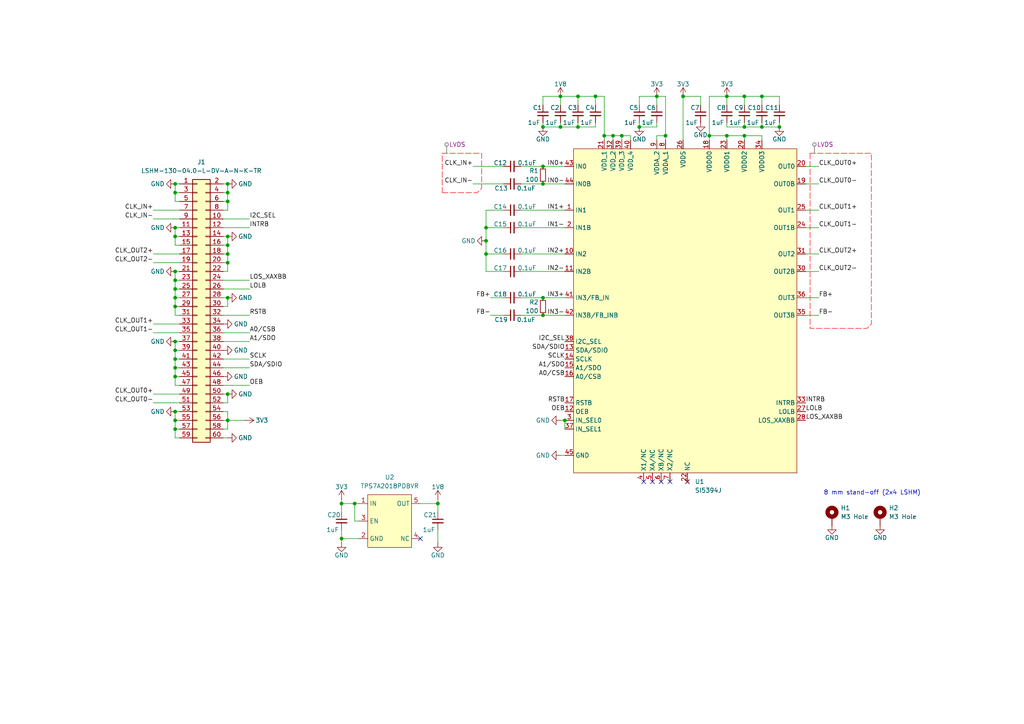
<source format=kicad_sch>
(kicad_sch (version 20250114) (generator "eeschema") (generator_version "9.0")
  (paper "A4")
  (lib_symbols
    (symbol "Connector_Generic:Conn_02x30_Odd_Even" (pin_names (offset 1.016) (hide yes))
      (property "Reference" "J" (at 1.27 38.1 0))
      (property "Value" "Conn_02x30_Odd_Even" (at 1.27 -40.64 0))
      (symbol "Conn_02x30_Odd_Even_1_1"
        (rectangle (start -1.27 36.83) (end 3.81 -39.37) (stroke (width 0.254)) (fill (type background)))
        (rectangle (start -1.27 35.687) (end 0 35.433) (stroke (width 0.1524)))
        (rectangle (start -1.27 33.147) (end 0 32.893) (stroke (width 0.1524)))
        (rectangle (start -1.27 30.607) (end 0 30.353) (stroke (width 0.1524)))
        (rectangle (start -1.27 28.067) (end 0 27.813) (stroke (width 0.1524)))
        (rectangle (start -1.27 25.527) (end 0 25.273) (stroke (width 0.1524)))
        (rectangle (start -1.27 22.987) (end 0 22.733) (stroke (width 0.1524)))
        (rectangle (start -1.27 20.447) (end 0 20.193) (stroke (width 0.1524)))
        (rectangle (start -1.27 17.907) (end 0 17.653) (stroke (width 0.1524)))
        (rectangle (start -1.27 15.367) (end 0 15.113) (stroke (width 0.1524)))
        (rectangle (start -1.27 12.827) (end 0 12.573) (stroke (width 0.1524)))
        (rectangle (start -1.27 10.287) (end 0 10.033) (stroke (width 0.1524)))
        (rectangle (start -1.27 7.747) (end 0 7.493) (stroke (width 0.1524)))
        (rectangle (start -1.27 5.207) (end 0 4.953) (stroke (width 0.1524)))
        (rectangle (start -1.27 2.667) (end 0 2.413) (stroke (width 0.1524)))
        (rectangle (start -1.27 0.127) (end 0 -0.127) (stroke (width 0.1524)))
        (rectangle (start -1.27 -2.413) (end 0 -2.667) (stroke (width 0.1524)))
        (rectangle (start -1.27 -4.953) (end 0 -5.207) (stroke (width 0.1524)))
        (rectangle (start -1.27 -7.493) (end 0 -7.747) (stroke (width 0.1524)))
        (rectangle (start -1.27 -10.033) (end 0 -10.287) (stroke (width 0.1524)))
        (rectangle (start -1.27 -12.573) (end 0 -12.827) (stroke (width 0.1524)))
        (rectangle (start -1.27 -15.113) (end 0 -15.367) (stroke (width 0.1524)))
        (rectangle (start -1.27 -17.653) (end 0 -17.907) (stroke (width 0.1524)))
        (rectangle (start -1.27 -20.193) (end 0 -20.447) (stroke (width 0.1524)))
        (rectangle (start -1.27 -22.733) (end 0 -22.987) (stroke (width 0.1524)))
        (rectangle (start -1.27 -25.273) (end 0 -25.527) (stroke (width 0.1524)))
        (rectangle (start -1.27 -27.813) (end 0 -28.067) (stroke (width 0.1524)))
        (rectangle (start -1.27 -30.353) (end 0 -30.607) (stroke (width 0.1524)))
        (rectangle (start -1.27 -32.893) (end 0 -33.147) (stroke (width 0.1524)))
        (rectangle (start -1.27 -35.433) (end 0 -35.687) (stroke (width 0.1524)))
        (rectangle (start -1.27 -37.973) (end 0 -38.227) (stroke (width 0.1524)))
        (rectangle (start 3.81 35.687) (end 2.54 35.433) (stroke (width 0.1524)))
        (rectangle (start 3.81 33.147) (end 2.54 32.893) (stroke (width 0.1524)))
        (rectangle (start 3.81 30.607) (end 2.54 30.353) (stroke (width 0.1524)))
        (rectangle (start 3.81 28.067) (end 2.54 27.813) (stroke (width 0.1524)))
        (rectangle (start 3.81 25.527) (end 2.54 25.273) (stroke (width 0.1524)))
        (rectangle (start 3.81 22.987) (end 2.54 22.733) (stroke (width 0.1524)))
        (rectangle (start 3.81 20.447) (end 2.54 20.193) (stroke (width 0.1524)))
        (rectangle (start 3.81 17.907) (end 2.54 17.653) (stroke (width 0.1524)))
        (rectangle (start 3.81 15.367) (end 2.54 15.113) (stroke (width 0.1524)))
        (rectangle (start 3.81 12.827) (end 2.54 12.573) (stroke (width 0.1524)))
        (rectangle (start 3.81 10.287) (end 2.54 10.033) (stroke (width 0.1524)))
        (rectangle (start 3.81 7.747) (end 2.54 7.493) (stroke (width 0.1524)))
        (rectangle (start 3.81 5.207) (end 2.54 4.953) (stroke (width 0.1524)))
        (rectangle (start 3.81 2.667) (end 2.54 2.413) (stroke (width 0.1524)))
        (rectangle (start 3.81 0.127) (end 2.54 -0.127) (stroke (width 0.1524)))
        (rectangle (start 3.81 -2.413) (end 2.54 -2.667) (stroke (width 0.1524)))
        (rectangle (start 3.81 -4.953) (end 2.54 -5.207) (stroke (width 0.1524)))
        (rectangle (start 3.81 -7.493) (end 2.54 -7.747) (stroke (width 0.1524)))
        (rectangle (start 3.81 -10.033) (end 2.54 -10.287) (stroke (width 0.1524)))
        (rectangle (start 3.81 -12.573) (end 2.54 -12.827) (stroke (width 0.1524)))
        (rectangle (start 3.81 -15.113) (end 2.54 -15.367) (stroke (width 0.1524)))
        (rectangle (start 3.81 -17.653) (end 2.54 -17.907) (stroke (width 0.1524)))
        (rectangle (start 3.81 -20.193) (end 2.54 -20.447) (stroke (width 0.1524)))
        (rectangle (start 3.81 -22.733) (end 2.54 -22.987) (stroke (width 0.1524)))
        (rectangle (start 3.81 -25.273) (end 2.54 -25.527) (stroke (width 0.1524)))
        (rectangle (start 3.81 -27.813) (end 2.54 -28.067) (stroke (width 0.1524)))
        (rectangle (start 3.81 -30.353) (end 2.54 -30.607) (stroke (width 0.1524)))
        (rectangle (start 3.81 -32.893) (end 2.54 -33.147) (stroke (width 0.1524)))
        (rectangle (start 3.81 -35.433) (end 2.54 -35.687) (stroke (width 0.1524)))
        (rectangle (start 3.81 -37.973) (end 2.54 -38.227) (stroke (width 0.1524)))
        (pin passive line (at -5.08 35.56 0) (length 3.81) (name "Pin_1") (number "1"))
        (pin passive line (at -5.08 33.02 0) (length 3.81) (name "Pin_3") (number "3"))
        (pin passive line (at -5.08 30.48 0) (length 3.81) (name "Pin_5") (number "5"))
        (pin passive line (at -5.08 27.94 0) (length 3.81) (name "Pin_7") (number "7"))
        (pin passive line (at -5.08 25.4 0) (length 3.81) (name "Pin_9") (number "9"))
        (pin passive line (at -5.08 22.86 0) (length 3.81) (name "Pin_11") (number "11"))
        (pin passive line (at -5.08 20.32 0) (length 3.81) (name "Pin_13") (number "13"))
        (pin passive line (at -5.08 17.78 0) (length 3.81) (name "Pin_15") (number "15"))
        (pin passive line (at -5.08 15.24 0) (length 3.81) (name "Pin_17") (number "17"))
        (pin passive line (at -5.08 12.7 0) (length 3.81) (name "Pin_19") (number "19"))
        (pin passive line (at -5.08 10.16 0) (length 3.81) (name "Pin_21") (number "21"))
        (pin passive line (at -5.08 7.62 0) (length 3.81) (name "Pin_23") (number "23"))
        (pin passive line (at -5.08 5.08 0) (length 3.81) (name "Pin_25") (number "25"))
        (pin passive line (at -5.08 2.54 0) (length 3.81) (name "Pin_27") (number "27"))
        (pin passive line (at -5.08 0 0) (length 3.81) (name "Pin_29") (number "29"))
        (pin passive line (at -5.08 -2.54 0) (length 3.81) (name "Pin_31") (number "31"))
        (pin passive line (at -5.08 -5.08 0) (length 3.81) (name "Pin_33") (number "33"))
        (pin passive line (at -5.08 -7.62 0) (length 3.81) (name "Pin_35") (number "35"))
        (pin passive line (at -5.08 -10.16 0) (length 3.81) (name "Pin_37") (number "37"))
        (pin passive line (at -5.08 -12.7 0) (length 3.81) (name "Pin_39") (number "39"))
        (pin passive line (at -5.08 -15.24 0) (length 3.81) (name "Pin_41") (number "41"))
        (pin passive line (at -5.08 -17.78 0) (length 3.81) (name "Pin_43") (number "43"))
        (pin passive line (at -5.08 -20.32 0) (length 3.81) (name "Pin_45") (number "45"))
        (pin passive line (at -5.08 -22.86 0) (length 3.81) (name "Pin_47") (number "47"))
        (pin passive line (at -5.08 -25.4 0) (length 3.81) (name "Pin_49") (number "49"))
        (pin passive line (at -5.08 -27.94 0) (length 3.81) (name "Pin_51") (number "51"))
        (pin passive line (at -5.08 -30.48 0) (length 3.81) (name "Pin_53") (number "53"))
        (pin passive line (at -5.08 -33.02 0) (length 3.81) (name "Pin_55") (number "55"))
        (pin passive line (at -5.08 -35.56 0) (length 3.81) (name "Pin_57") (number "57"))
        (pin passive line (at -5.08 -38.1 0) (length 3.81) (name "Pin_59") (number "59"))
        (pin passive line (at 7.62 35.56 180) (length 3.81) (name "Pin_2") (number "2"))
        (pin passive line (at 7.62 33.02 180) (length 3.81) (name "Pin_4") (number "4"))
        (pin passive line (at 7.62 30.48 180) (length 3.81) (name "Pin_6") (number "6"))
        (pin passive line (at 7.62 27.94 180) (length 3.81) (name "Pin_8") (number "8"))
        (pin passive line (at 7.62 25.4 180) (length 3.81) (name "Pin_10") (number "10"))
        (pin passive line (at 7.62 22.86 180) (length 3.81) (name "Pin_12") (number "12"))
        (pin passive line (at 7.62 20.32 180) (length 3.81) (name "Pin_14") (number "14"))
        (pin passive line (at 7.62 17.78 180) (length 3.81) (name "Pin_16") (number "16"))
        (pin passive line (at 7.62 15.24 180) (length 3.81) (name "Pin_18") (number "18"))
        (pin passive line (at 7.62 12.7 180) (length 3.81) (name "Pin_20") (number "20"))
        (pin passive line (at 7.62 10.16 180) (length 3.81) (name "Pin_22") (number "22"))
        (pin passive line (at 7.62 7.62 180) (length 3.81) (name "Pin_24") (number "24"))
        (pin passive line (at 7.62 5.08 180) (length 3.81) (name "Pin_26") (number "26"))
        (pin passive line (at 7.62 2.54 180) (length 3.81) (name "Pin_28") (number "28"))
        (pin passive line (at 7.62 0 180) (length 3.81) (name "Pin_30") (number "30"))
        (pin passive line (at 7.62 -2.54 180) (length 3.81) (name "Pin_32") (number "32"))
        (pin passive line (at 7.62 -5.08 180) (length 3.81) (name "Pin_34") (number "34"))
        (pin passive line (at 7.62 -7.62 180) (length 3.81) (name "Pin_36") (number "36"))
        (pin passive line (at 7.62 -10.16 180) (length 3.81) (name "Pin_38") (number "38"))
        (pin passive line (at 7.62 -12.7 180) (length 3.81) (name "Pin_40") (number "40"))
        (pin passive line (at 7.62 -15.24 180) (length 3.81) (name "Pin_42") (number "42"))
        (pin passive line (at 7.62 -17.78 180) (length 3.81) (name "Pin_44") (number "44"))
        (pin passive line (at 7.62 -20.32 180) (length 3.81) (name "Pin_46") (number "46"))
        (pin passive line (at 7.62 -22.86 180) (length 3.81) (name "Pin_48") (number "48"))
        (pin passive line (at 7.62 -25.4 180) (length 3.81) (name "Pin_50") (number "50"))
        (pin passive line (at 7.62 -27.94 180) (length 3.81) (name "Pin_52") (number "52"))
        (pin passive line (at 7.62 -30.48 180) (length 3.81) (name "Pin_54") (number "54"))
        (pin passive line (at 7.62 -33.02 180) (length 3.81) (name "Pin_56") (number "56"))
        (pin passive line (at 7.62 -35.56 180) (length 3.81) (name "Pin_58") (number "58"))
        (pin passive line (at 7.62 -38.1 180) (length 3.81) (name "Pin_60") (number "60"))
      )
    )
    (symbol "Device:C_Small" (pin_numbers (hide yes)) (pin_names (offset 0.254) (hide yes))
      (property "Reference" "C" (at 0.254 1.778 0))
      (property "Value" "C_Small" (at 0.254 -2.032 0))
      (symbol "C_Small_0_1"
        (polyline (pts (xy -1.524 0.508) (xy 1.524 0.508)) (stroke (width 0.3048)))
        (polyline (pts (xy -1.524 -0.508) (xy 1.524 -0.508)) (stroke (width 0.3302)))
      )
      (symbol "C_Small_1_1"
        (pin passive line (at 0 2.54 270) (length 2.032) (name "~") (number "1"))
        (pin passive line (at 0 -2.54 90) (length 2.032) (name "~") (number "2"))
      )
    )
    (symbol "Device:R_Small" (pin_numbers (hide yes)) (pin_names (offset 0.254) (hide yes))
      (property "Reference" "R" (at 0.762 0.508 0))
      (property "Value" "R_Small" (at 0.762 -1.016 0))
      (symbol "R_Small_0_1"
        (rectangle (start -0.762 1.778) (end 0.762 -1.778) (stroke (width 0.2032)))
      )
      (symbol "R_Small_1_1"
        (pin passive line (at 0 2.54 270) (length 0.762) (name "~") (number "1"))
        (pin passive line (at 0 -2.54 90) (length 0.762) (name "~") (number "2"))
      )
    )
    (symbol "Mechanical:MountingHole_Pad" (pin_numbers (hide yes)) (pin_names (offset 1.016) (hide yes)) (in_bom no)
      (property "Reference" "H" (at 0 6.35 0))
      (property "Value" "MountingHole_Pad" (at 0 4.445 0))
      (symbol "MountingHole_Pad_0_1"
        (circle (center 0 1.27) (radius 1.27) (stroke (width 1.27)))
      )
      (symbol "MountingHole_Pad_1_1"
        (pin input line (at 0 -2.54 90) (length 2.54) (name "1") (number "1"))
      )
    )
    (symbol "lib:SI5394J"
      (property "Reference" "U?" (at 43.18 48.768 0))
      (property "Value" "SI5394J" (at 41.91 45.72 0))
      (symbol "SI5394J_1_1"
        (rectangle (start -21.59 40.64) (end 43.18 -53.34) (fill (type background)))
        (pin input line (at -24.13 35.56 0) (length 2.54) (name "IN0") (number "43"))
        (pin input line (at -24.13 30.48 0) (length 2.54) (name "IN0B") (number "44"))
        (pin input line (at -24.13 22.86 0) (length 2.54) (name "IN1") (number "1"))
        (pin input line (at -24.13 17.78 0) (length 2.54) (name "IN1B") (number "2"))
        (pin input line (at -24.13 10.16 0) (length 2.54) (name "IN2") (number "10"))
        (pin input line (at -24.13 5.08 0) (length 2.54) (name "IN2B") (number "11"))
        (pin input line (at -24.13 -2.54 0) (length 2.54) (name "IN3/FB_IN") (number "41"))
        (pin input line (at -24.13 -7.62 0) (length 2.54) (name "IN3B/FB_INB") (number "42"))
        (pin input line (at -24.13 -15.24 0) (length 2.54) (name "I2C_SEL") (number "38"))
        (pin bidirectional line (at -24.13 -17.78 0) (length 2.54) (name "SDA/SDIO") (number "13"))
        (pin input line (at -24.13 -20.32 0) (length 2.54) (name "SCLK") (number "14"))
        (pin bidirectional line (at -24.13 -22.86 0) (length 2.54) (name "A1/SDO") (number "15"))
        (pin input line (at -24.13 -25.4 0) (length 2.54) (name "A0/CSB") (number "16"))
        (pin input line (at -24.13 -33.02 0) (length 2.54) (name "RSTB") (number "17"))
        (pin input line (at -24.13 -35.56 0) (length 2.54) (name "OEB") (number "12"))
        (pin input line (at -24.13 -38.1 0) (length 2.54) (name "IN_SEL0") (number "3"))
        (pin input line (at -24.13 -40.64 0) (length 2.54) (name "IN_SEL1") (number "37"))
        (pin power_out line (at -24.13 -48.26 0) (length 2.54) (name "GND") (number "45"))
        (pin power_in line (at -12.7 43.18 270) (length 2.54) (name "VDD_1") (number "21"))
        (pin power_in line (at -10.16 43.18 270) (length 2.54) (name "VDD_2") (number "32"))
        (pin power_in line (at -7.62 43.18 270) (length 2.54) (name "VDD_3") (number "39"))
        (pin power_in line (at -5.08 43.18 270) (length 2.54) (name "VDD_4") (number "40"))
        (pin input line (at -1.27 -55.88 90) (length 2.54) (name "X1/NC") (number "4"))
        (pin input line (at 1.27 -55.88 90) (length 2.54) (name "XA/NC") (number "5"))
        (pin power_in line (at 2.54 43.18 270) (length 2.54) (name "VDDA_2") (number "9"))
        (pin input line (at 3.81 -55.88 90) (length 2.54) (name "XB/NC") (number "6"))
        (pin power_in line (at 5.08 43.18 270) (length 2.54) (name "VDDA_1") (number "8"))
        (pin input line (at 6.35 -55.88 90) (length 2.54) (name "X2/NC") (number "7"))
        (pin power_in line (at 10.16 43.18 270) (length 2.54) (name "VDDS") (number "26"))
        (pin no_connect line (at 11.43 -55.88 90) (length 2.54) (name "NC") (number "22"))
        (pin power_in line (at 17.78 43.18 270) (length 2.54) (name "VDDO0") (number "18"))
        (pin power_in line (at 22.86 43.18 270) (length 2.54) (name "VDDO1") (number "23"))
        (pin power_in line (at 27.94 43.18 270) (length 2.54) (name "VDDO2") (number "29"))
        (pin power_in line (at 33.02 43.18 270) (length 2.54) (name "VDDO3") (number "34"))
        (pin output line (at 45.72 35.56 180) (length 2.54) (name "OUT0") (number "20"))
        (pin output line (at 45.72 30.48 180) (length 2.54) (name "OUT0B") (number "19"))
        (pin output line (at 45.72 22.86 180) (length 2.54) (name "OUT1") (number "25"))
        (pin output line (at 45.72 17.78 180) (length 2.54) (name "OUT1B") (number "24"))
        (pin output line (at 45.72 10.16 180) (length 2.54) (name "OUT2") (number "31"))
        (pin output line (at 45.72 5.08 180) (length 2.54) (name "OUT2B") (number "30"))
        (pin output line (at 45.72 -2.54 180) (length 2.54) (name "OUT3") (number "36"))
        (pin output line (at 45.72 -7.62 180) (length 2.54) (name "OUT3B") (number "35"))
        (pin output line (at 45.72 -33.02 180) (length 2.54) (name "INTRB") (number "33"))
        (pin output line (at 45.72 -35.56 180) (length 2.54) (name "LOLB") (number "27"))
        (pin output line (at 45.72 -38.1 180) (length 2.54) (name "LOS_XAXBB") (number "28"))
      )
    )
    (symbol "lib:TPS7A20xxPDBVR"
      (property "Reference" "U?" (at -1.016 12.446 0))
      (property "Value" "TPS7A20xxPDBVR" (at -1.016 9.652 0))
      (symbol "TPS7A20xxPDBVR_1_1"
        (rectangle (start -6.35 7.62) (end 6.35 -7.62) (fill (type background)))
        (pin power_in line (at -8.89 5.08 0) (length 2.54) (name "IN") (number "1"))
        (pin input line (at -8.89 0 0) (length 2.54) (name "EN") (number "3"))
        (pin power_in line (at -8.89 -5.08 0) (length 2.54) (name "GND") (number "2"))
        (pin power_out line (at 8.89 5.08 180) (length 2.54) (name "OUT") (number "5"))
        (pin passive line (at 8.89 -5.08 180) (length 2.54) (name "NC") (number "4"))
      )
    )
    (symbol "power:+1V8" (power) (pin_numbers (hide yes)) (pin_names (offset 0) (hide yes))
      (property "Value" "+1V8" (at 0 3.556 0))
      (symbol "+1V8_0_1"
        (polyline (pts (xy -0.762 1.27) (xy 0 2.54)))
        (polyline (pts (xy 0 2.54) (xy 0.762 1.27)))
        (polyline (pts (xy 0 0) (xy 0 2.54)))
      )
      (symbol "+1V8_1_1"
        (pin power_in line (at 0 0 90) (length 0) (name "~") (number "1"))
      )
    )
    (symbol "power:GND" (power) (pin_numbers (hide yes)) (pin_names (offset 0) (hide yes))
      (property "Value" "GND" (at 0 -3.81 0))
      (symbol "GND_0_1"
        (polyline (pts (xy 0 0) (xy 0 -1.27) (xy 1.27 -1.27) (xy 0 -2.54) (xy -1.27 -1.27) (xy 0 -1.27)))
      )
      (symbol "GND_1_1"
        (pin power_in line (at 0 0 270) (length 0) (name "~") (number "1"))
      )
    )
  )
  (text "8 mm stand-off (2x4 LSHM)" (at 252.984 143.002 0) (effects (font (size 1.27 1.27))))
  (junction (at 157.48 91.44))
  (junction (at 50.8 124.46))
  (junction (at 50.8 55.88))
  (junction (at 66.04 121.92))
  (junction (at 172.72 27.94))
  (junction (at 185.42 36.83))
  (junction (at 215.9 39.37))
  (junction (at 210.82 39.37))
  (junction (at 50.8 99.06))
  (junction (at 157.48 48.26))
  (junction (at 180.34 39.37))
  (junction (at 99.06 156.21))
  (junction (at 215.9 36.83))
  (junction (at 50.8 66.04))
  (junction (at 226.06 36.83))
  (junction (at 162.56 27.94))
  (junction (at 50.8 83.82))
  (junction (at 99.06 146.05))
  (junction (at 66.04 68.58))
  (junction (at 167.64 27.94))
  (junction (at 162.56 36.83))
  (junction (at 50.8 86.36))
  (junction (at 198.12 27.94))
  (junction (at 66.04 73.66))
  (junction (at 50.8 109.22))
  (junction (at 102.87 146.05))
  (junction (at 157.48 53.34))
  (junction (at 50.8 106.68))
  (junction (at 66.04 114.3))
  (junction (at 66.04 71.12))
  (junction (at 50.8 68.58))
  (junction (at 177.8 39.37))
  (junction (at 50.8 78.74))
  (junction (at 193.04 39.37))
  (junction (at 167.64 36.83))
  (junction (at 215.9 27.94))
  (junction (at 140.97 66.04))
  (junction (at 140.97 69.85))
  (junction (at 140.97 73.66))
  (junction (at 220.98 27.94))
  (junction (at 66.04 76.2))
  (junction (at 163.83 121.92))
  (junction (at 210.82 27.94))
  (junction (at 66.04 58.42))
  (junction (at 157.48 86.36))
  (junction (at 157.48 36.83))
  (junction (at 190.5 27.94))
  (junction (at 66.04 55.88))
  (junction (at 205.74 39.37))
  (junction (at 50.8 88.9))
  (junction (at 127 146.05))
  (junction (at 50.8 53.34))
  (junction (at 50.8 81.28))
  (junction (at 50.8 101.6))
  (junction (at 220.98 36.83))
  (junction (at 66.04 86.36))
  (junction (at 50.8 121.92))
  (junction (at 175.26 39.37))
  (junction (at 66.04 53.34))
  (junction (at 50.8 104.14))
  (junction (at 50.8 119.38))
  (no_connect (at 186.69 139.7))
  (no_connect (at 189.23 139.7))
  (no_connect (at 121.92 156.21))
  (no_connect (at 191.77 139.7))
  (no_connect (at 194.31 139.7))
  (no_connect (at 199.39 139.7))
  (wire (pts (xy 157.48 91.44) (xy 163.83 91.44)))
  (wire (pts (xy 121.92 146.05) (xy 127 146.05)))
  (wire (pts (xy 64.77 58.42) (xy 66.04 58.42)))
  (wire (pts (xy 50.8 55.88) (xy 50.8 58.42)))
  (wire (pts (xy 162.56 132.08) (xy 163.83 132.08)))
  (wire (pts (xy 52.07 78.74) (xy 50.8 78.74)))
  (wire (pts (xy 237.49 73.66) (xy 233.68 73.66)))
  (wire (pts (xy 72.39 83.82) (xy 64.77 83.82)))
  (wire (pts (xy 205.74 39.37) (xy 205.74 27.94)))
  (wire (pts (xy 157.48 35.56) (xy 157.48 36.83)))
  (wire (pts (xy 50.8 86.36) (xy 52.07 86.36)))
  (wire (pts (xy 220.98 27.94) (xy 220.98 30.48)))
  (wire (pts (xy 162.56 36.83) (xy 167.64 36.83)))
  (wire (pts (xy 64.77 114.3) (xy 66.04 114.3)))
  (wire (pts (xy 104.14 151.13) (xy 102.87 151.13)))
  (wire (pts (xy 99.06 157.48) (xy 99.06 156.21)))
  (wire (pts (xy 167.64 35.56) (xy 167.64 36.83)))
  (wire (pts (xy 52.07 91.44) (xy 50.8 91.44)))
  (wire (pts (xy 215.9 27.94) (xy 215.9 30.48)))
  (wire (pts (xy 50.8 124.46) (xy 50.8 127)))
  (wire (pts (xy 50.8 109.22) (xy 52.07 109.22)))
  (wire (pts (xy 44.45 93.98) (xy 52.07 93.98)))
  (wire (pts (xy 44.45 76.2) (xy 52.07 76.2)))
  (wire (pts (xy 102.87 146.05) (xy 104.14 146.05)))
  (wire (pts (xy 190.5 39.37) (xy 193.04 39.37)))
  (wire (pts (xy 205.74 39.37) (xy 210.82 39.37)))
  (wire (pts (xy 50.8 66.04) (xy 50.8 68.58)))
  (wire (pts (xy 64.77 76.2) (xy 66.04 76.2)))
  (wire (pts (xy 140.97 60.96) (xy 146.05 60.96)))
  (wire (pts (xy 220.98 40.64) (xy 220.98 39.37)))
  (wire (pts (xy 137.16 53.34) (xy 146.05 53.34)))
  (wire (pts (xy 72.39 111.76) (xy 64.77 111.76)))
  (wire (pts (xy 157.48 27.94) (xy 162.56 27.94)))
  (wire (pts (xy 50.8 106.68) (xy 50.8 109.22)))
  (wire (pts (xy 72.39 63.5) (xy 64.77 63.5)))
  (wire (pts (xy 220.98 27.94) (xy 226.06 27.94)))
  (wire (pts (xy 64.77 116.84) (xy 66.04 116.84)))
  (wire (pts (xy 50.8 81.28) (xy 50.8 83.82)))
  (wire (pts (xy 44.45 73.66) (xy 52.07 73.66)))
  (wire (pts (xy 50.8 78.74) (xy 50.8 81.28)))
  (wire (pts (xy 50.8 127) (xy 52.07 127)))
  (wire (pts (xy 180.34 40.64) (xy 180.34 39.37)))
  (wire (pts (xy 175.26 39.37) (xy 177.8 39.37)))
  (wire (pts (xy 50.8 119.38) (xy 52.07 119.38)))
  (wire (pts (xy 237.49 66.04) (xy 233.68 66.04)))
  (wire (pts (xy 193.04 27.94) (xy 190.5 27.94)))
  (wire (pts (xy 50.8 88.9) (xy 52.07 88.9)))
  (wire (pts (xy 210.82 39.37) (xy 215.9 39.37)))
  (wire (pts (xy 64.77 88.9) (xy 66.04 88.9)))
  (wire (pts (xy 162.56 121.92) (xy 163.83 121.92)))
  (wire (pts (xy 172.72 35.56) (xy 172.72 36.83)))
  (wire (pts (xy 99.06 144.78) (xy 99.06 146.05)))
  (wire (pts (xy 50.8 121.92) (xy 52.07 121.92)))
  (wire (pts (xy 237.49 91.44) (xy 233.68 91.44)))
  (wire (pts (xy 151.13 91.44) (xy 157.48 91.44)))
  (wire (pts (xy 52.07 101.6) (xy 50.8 101.6)))
  (wire (pts (xy 72.39 91.44) (xy 64.77 91.44)))
  (wire (pts (xy 215.9 35.56) (xy 215.9 36.83)))
  (wire (pts (xy 72.39 81.28) (xy 64.77 81.28)))
  (wire (pts (xy 237.49 60.96) (xy 233.68 60.96)))
  (wire (pts (xy 220.98 35.56) (xy 220.98 36.83)))
  (wire (pts (xy 205.74 27.94) (xy 210.82 27.94)))
  (wire (pts (xy 226.06 27.94) (xy 226.06 30.48)))
  (wire (pts (xy 50.8 111.76) (xy 52.07 111.76)))
  (wire (pts (xy 205.74 40.64) (xy 205.74 39.37)))
  (wire (pts (xy 162.56 35.56) (xy 162.56 36.83)))
  (wire (pts (xy 66.04 119.38) (xy 66.04 121.92)))
  (wire (pts (xy 210.82 36.83) (xy 215.9 36.83)))
  (wire (pts (xy 50.8 83.82) (xy 50.8 86.36)))
  (wire (pts (xy 185.42 36.83) (xy 185.42 35.56)))
  (wire (pts (xy 64.77 119.38) (xy 66.04 119.38)))
  (wire (pts (xy 64.77 53.34) (xy 66.04 53.34)))
  (wire (pts (xy 193.04 40.64) (xy 193.04 39.37)))
  (wire (pts (xy 50.8 68.58) (xy 50.8 71.12)))
  (wire (pts (xy 237.49 48.26) (xy 233.68 48.26)))
  (wire (pts (xy 190.5 35.56) (xy 190.5 36.83)))
  (wire (pts (xy 220.98 36.83) (xy 226.06 36.83)))
  (wire (pts (xy 157.48 53.34) (xy 163.83 53.34)))
  (wire (pts (xy 66.04 71.12) (xy 66.04 73.66)))
  (wire (pts (xy 237.49 86.36) (xy 233.68 86.36)))
  (wire (pts (xy 50.8 55.88) (xy 52.07 55.88)))
  (wire (pts (xy 50.8 68.58) (xy 52.07 68.58)))
  (wire (pts (xy 64.77 55.88) (xy 66.04 55.88)))
  (wire (pts (xy 50.8 83.82) (xy 52.07 83.82)))
  (wire (pts (xy 64.77 60.96) (xy 66.04 60.96)))
  (wire (pts (xy 50.8 66.04) (xy 52.07 66.04)))
  (wire (pts (xy 210.82 27.94) (xy 215.9 27.94)))
  (wire (pts (xy 137.16 48.26) (xy 146.05 48.26)))
  (wire (pts (xy 50.8 106.68) (xy 52.07 106.68)))
  (wire (pts (xy 151.13 66.04) (xy 163.83 66.04)))
  (wire (pts (xy 127 148.59) (xy 127 146.05)))
  (wire (pts (xy 151.13 60.96) (xy 163.83 60.96)))
  (wire (pts (xy 50.8 53.34) (xy 50.8 55.88)))
  (wire (pts (xy 140.97 69.85) (xy 140.97 66.04)))
  (wire (pts (xy 66.04 116.84) (xy 66.04 114.3)))
  (wire (pts (xy 140.97 66.04) (xy 146.05 66.04)))
  (wire (pts (xy 190.5 27.94) (xy 190.5 30.48)))
  (wire (pts (xy 215.9 39.37) (xy 215.9 40.64)))
  (wire (pts (xy 50.8 88.9) (xy 50.8 91.44)))
  (wire (pts (xy 50.8 58.42) (xy 52.07 58.42)))
  (wire (pts (xy 157.48 30.48) (xy 157.48 27.94)))
  (wire (pts (xy 210.82 35.56) (xy 210.82 36.83)))
  (wire (pts (xy 185.42 27.94) (xy 185.42 30.48)))
  (wire (pts (xy 66.04 60.96) (xy 66.04 58.42)))
  (wire (pts (xy 72.39 66.04) (xy 64.77 66.04)))
  (wire (pts (xy 44.45 96.52) (xy 52.07 96.52)))
  (wire (pts (xy 72.39 96.52) (xy 64.77 96.52)))
  (wire (pts (xy 140.97 73.66) (xy 146.05 73.66)))
  (wire (pts (xy 185.42 36.83) (xy 190.5 36.83)))
  (wire (pts (xy 99.06 148.59) (xy 99.06 146.05)))
  (wire (pts (xy 140.97 78.74) (xy 140.97 73.66)))
  (wire (pts (xy 203.2 27.94) (xy 198.12 27.94)))
  (wire (pts (xy 157.48 48.26) (xy 163.83 48.26)))
  (wire (pts (xy 66.04 53.34) (xy 66.04 55.88)))
  (wire (pts (xy 163.83 121.92) (xy 163.83 124.46)))
  (wire (pts (xy 66.04 73.66) (xy 66.04 76.2)))
  (wire (pts (xy 157.48 86.36) (xy 163.83 86.36)))
  (wire (pts (xy 52.07 104.14) (xy 50.8 104.14)))
  (wire (pts (xy 44.45 63.5) (xy 52.07 63.5)))
  (wire (pts (xy 177.8 39.37) (xy 180.34 39.37)))
  (wire (pts (xy 157.48 36.83) (xy 162.56 36.83)))
  (wire (pts (xy 66.04 71.12) (xy 66.04 68.58)))
  (wire (pts (xy 162.56 27.94) (xy 162.56 30.48)))
  (wire (pts (xy 210.82 39.37) (xy 210.82 40.64)))
  (wire (pts (xy 44.45 114.3) (xy 52.07 114.3)))
  (wire (pts (xy 102.87 151.13) (xy 102.87 146.05)))
  (wire (pts (xy 237.49 78.74) (xy 233.68 78.74)))
  (wire (pts (xy 52.07 53.34) (xy 50.8 53.34)))
  (wire (pts (xy 72.39 104.14) (xy 64.77 104.14)))
  (wire (pts (xy 72.39 99.06) (xy 64.77 99.06)))
  (wire (pts (xy 142.24 91.44) (xy 146.05 91.44)))
  (wire (pts (xy 66.04 127) (xy 64.77 127)))
  (wire (pts (xy 182.88 39.37) (xy 182.88 40.64)))
  (wire (pts (xy 151.13 86.36) (xy 157.48 86.36)))
  (wire (pts (xy 198.12 27.94) (xy 198.12 40.64)))
  (wire (pts (xy 172.72 27.94) (xy 172.72 30.48)))
  (wire (pts (xy 215.9 27.94) (xy 220.98 27.94)))
  (wire (pts (xy 50.8 119.38) (xy 50.8 121.92)))
  (wire (pts (xy 71.12 121.92) (xy 66.04 121.92)))
  (wire (pts (xy 50.8 99.06) (xy 50.8 101.6)))
  (wire (pts (xy 226.06 36.83) (xy 226.06 35.56)))
  (wire (pts (xy 142.24 86.36) (xy 146.05 86.36)))
  (wire (pts (xy 66.04 121.92) (xy 64.77 121.92)))
  (wire (pts (xy 140.97 73.66) (xy 140.97 69.85)))
  (wire (pts (xy 127 157.48) (xy 127 153.67)))
  (wire (pts (xy 52.07 81.28) (xy 50.8 81.28)))
  (wire (pts (xy 151.13 48.26) (xy 157.48 48.26)))
  (wire (pts (xy 99.06 146.05) (xy 102.87 146.05)))
  (wire (pts (xy 190.5 40.64) (xy 190.5 39.37)))
  (wire (pts (xy 52.07 99.06) (xy 50.8 99.06)))
  (wire (pts (xy 162.56 27.94) (xy 167.64 27.94)))
  (wire (pts (xy 50.8 124.46) (xy 52.07 124.46)))
  (wire (pts (xy 64.77 78.74) (xy 66.04 78.74)))
  (wire (pts (xy 66.04 73.66) (xy 64.77 73.66)))
  (wire (pts (xy 151.13 53.34) (xy 157.48 53.34)))
  (wire (pts (xy 72.39 106.68) (xy 64.77 106.68)))
  (wire (pts (xy 146.05 78.74) (xy 140.97 78.74)))
  (wire (pts (xy 151.13 73.66) (xy 163.83 73.66)))
  (wire (pts (xy 175.26 27.94) (xy 175.26 39.37)))
  (wire (pts (xy 50.8 101.6) (xy 50.8 104.14)))
  (wire (pts (xy 127 144.78) (xy 127 146.05)))
  (wire (pts (xy 175.26 40.64) (xy 175.26 39.37)))
  (wire (pts (xy 66.04 68.58) (xy 64.77 68.58)))
  (wire (pts (xy 44.45 60.96) (xy 52.07 60.96)))
  (wire (pts (xy 167.64 36.83) (xy 172.72 36.83)))
  (wire (pts (xy 190.5 27.94) (xy 185.42 27.94)))
  (wire (pts (xy 66.04 55.88) (xy 66.04 58.42)))
  (wire (pts (xy 177.8 39.37) (xy 177.8 40.64)))
  (wire (pts (xy 66.04 76.2) (xy 66.04 78.74)))
  (wire (pts (xy 50.8 86.36) (xy 50.8 88.9)))
  (wire (pts (xy 66.04 86.36) (xy 64.77 86.36)))
  (wire (pts (xy 50.8 104.14) (xy 50.8 106.68)))
  (wire (pts (xy 64.77 124.46) (xy 66.04 124.46)))
  (wire (pts (xy 99.06 156.21) (xy 99.06 153.67)))
  (wire (pts (xy 64.77 71.12) (xy 66.04 71.12)))
  (wire (pts (xy 203.2 30.48) (xy 203.2 27.94)))
  (wire (pts (xy 52.07 71.12) (xy 50.8 71.12)))
  (wire (pts (xy 99.06 156.21) (xy 104.14 156.21)))
  (wire (pts (xy 167.64 27.94) (xy 167.64 30.48)))
  (wire (pts (xy 44.45 116.84) (xy 52.07 116.84)))
  (wire (pts (xy 210.82 27.94) (xy 210.82 30.48)))
  (wire (pts (xy 140.97 66.04) (xy 140.97 60.96)))
  (wire (pts (xy 215.9 39.37) (xy 220.98 39.37)))
  (wire (pts (xy 172.72 27.94) (xy 175.26 27.94)))
  (wire (pts (xy 180.34 39.37) (xy 182.88 39.37)))
  (wire (pts (xy 167.64 27.94) (xy 172.72 27.94)))
  (wire (pts (xy 237.49 53.34) (xy 233.68 53.34)))
  (wire (pts (xy 66.04 121.92) (xy 66.04 124.46)))
  (wire (pts (xy 151.13 78.74) (xy 163.83 78.74)))
  (wire (pts (xy 50.8 121.92) (xy 50.8 124.46)))
  (wire (pts (xy 215.9 36.83) (xy 220.98 36.83)))
  (wire (pts (xy 193.04 39.37) (xy 193.04 27.94)))
  (wire (pts (xy 50.8 109.22) (xy 50.8 111.76)))
  (wire (pts (xy 66.04 86.36) (xy 66.04 88.9)))
  (label "A1{slash}SDO" (at 163.83 106.68 180))
  (label "IN3+" (at 158.75 86.36 0))
  (label "LOLB" (at 233.68 119.38 0))
  (label "A0{slash}CSB" (at 72.39 96.52 0))
  (label "IN1-" (at 158.75 66.04 0))
  (label "IN3-" (at 158.75 91.44 0))
  (label "CLK_OUT0+" (at 44.45 114.3 180))
  (label "IN1+" (at 158.75 60.96 0))
  (label "LOS_XAXBB" (at 72.39 81.28 0))
  (label "CLK_IN+" (at 137.16 48.26 180))
  (label "SCLK" (at 72.39 104.14 0))
  (label "INTRB" (at 72.39 66.04 0))
  (label "SCLK" (at 163.83 104.14 180))
  (label "CLK_OUT1-" (at 237.49 66.04 0))
  (label "LOLB" (at 72.39 83.82 0))
  (label "I2C_SEL" (at 163.83 99.06 180))
  (label "FB-" (at 237.49 91.44 0))
  (label "IN0+" (at 158.75 48.26 0))
  (label "CLK_IN+" (at 44.45 60.96 180))
  (label "SDA{slash}SDIO" (at 72.39 106.68 0))
  (label "FB+" (at 142.24 86.36 180))
  (label "CLK_IN-" (at 137.16 53.34 180))
  (label "CLK_OUT1+" (at 237.49 60.96 0))
  (label "CLK_OUT1-" (at 44.45 96.52 180))
  (label "A0{slash}CSB" (at 163.83 109.22 180))
  (label "CLK_IN-" (at 44.45 63.5 180))
  (label "CLK_OUT0-" (at 237.49 53.34 0))
  (label "IN0-" (at 158.75 53.34 0))
  (label "CLK_OUT0+" (at 237.49 48.26 0))
  (label "FB-" (at 142.24 91.44 180))
  (label "CLK_OUT1+" (at 44.45 93.98 180))
  (label "FB+" (at 237.49 86.36 0))
  (label "IN2+" (at 158.75 73.66 0))
  (label "CLK_OUT2+" (at 237.49 73.66 0))
  (label "CLK_OUT2-" (at 237.49 78.74 0))
  (label "A1{slash}SDO" (at 72.39 99.06 0))
  (label "RSTB" (at 72.39 91.44 0))
  (label "IN2-" (at 158.75 78.74 0))
  (label "INTRB" (at 233.68 116.84 0))
  (label "CLK_OUT2-" (at 44.45 76.2 180))
  (label "LOS_XAXBB" (at 233.68 121.92 0))
  (label "CLK_OUT0-" (at 44.45 116.84 180))
  (label "SDA{slash}SDIO" (at 163.83 101.6 180))
  (label "OEB" (at 72.39 111.76 0))
  (label "CLK_OUT2+" (at 44.45 73.66 180))
  (label "OEB" (at 163.83 119.38 180))
  (label "I2C_SEL" (at 72.39 63.5 0))
  (label "RSTB" (at 163.83 116.84 180))
  (rule_area (polyline (pts (xy 128.27 55.88) (xy 138.43 55.88) (xy 139.7 54.61) (xy 139.7 44.45) (xy 128.27 44.45)) (stroke (width 0) (type dash))))
  (rule_area (polyline (pts (xy 234.95 44.45) (xy 234.95 95.25) (xy 251.46 95.25) (xy 252.73 93.98) (xy 252.73 44.45)) (stroke (width 0) (type dash))))
  (netclass_flag "" (length 2.54) (shape round) (at 236.22 44.45 0) (property "Netclass" "LVDS" (at 236.9185 41.91 0) (effects (justify left))))
  (netclass_flag "" (length 2.54) (shape round) (at 129.54 44.45 0) (property "Netclass" "LVDS" (at 130.2385 41.91 0) (effects (justify left))))
  (symbol (lib_id "Device:C_Small") (at 99.06 151.13 0) (mirror y) (unit 1)
    (property "Reference" "C20" (at 98.806 149.352 0) (effects (justify left)))
    (property "Value" "1uF" (at 98.298 153.67 0) (effects (justify left)))
    (property "Footprint" "Capacitor_SMD:C_0402_1005Metric" (effects (hide yes)))
    (property "Description" "1 µF ±10% 10V Ceramic Capacitor X7R 0402 (1005 Metric)" (effects (hide yes)))
    (property "M" "VENKEL" (effects (hide yes)))
    (property "MPN" "C0402X7R100-105KNP-CT" (effects (hide yes)))
  )
  (symbol (lib_id "Device:C_Small") (at 148.59 73.66 90) (unit 1)
    (property "Reference" "C16" (at 147.066 72.644 90) (effects (justify left)))
    (property "Value" "0.1uF" (at 150.114 72.644 90) (effects (justify right)))
    (property "Footprint" "Capacitor_SMD:C_0402_1005Metric" (effects (hide yes)))
    (property "Description" "0.1 µF ±10% 16V Ceramic Capacitor X7R 0402 (1005 Metric)" (effects (hide yes)))
    (property "M" "MURATA" (effects (hide yes)))
    (property "MPN" "GCM155R71C104KA55J" (effects (hide yes)))
  )
  (symbol (lib_id "power:+1V8") (at 162.56 27.94 0) (unit 1)
    (property "Reference" "#PWR01" (effects (hide yes)))
    (property "Value" "1V8" (at 162.56 24.384 0))
    (property "Description" "Power symbol creates a global label with name \"+1V8\"" (effects (hide yes)))
  )
  (symbol (lib_id "power:GND") (at 66.04 127 90) (unit 1)
    (property "Reference" "#PWR021" (effects (hide yes)))
    (property "Value" "GND" (at 69.088 127 90) (effects (justify right)))
    (property "Description" "Power symbol creates a global label with name \"GND\" , ground" (effects (hide yes)))
  )
  (symbol (lib_id "power:GND") (at 50.8 53.34 270) (unit 1)
    (property "Reference" "#PWR09" (effects (hide yes)))
    (property "Value" "GND" (at 47.752 53.34 90) (effects (justify right)))
    (property "Description" "Power symbol creates a global label with name \"GND\" , ground" (effects (hide yes)))
  )
  (symbol (lib_id "power:+1V8") (at 210.82 27.94 0) (unit 1)
    (property "Reference" "#PWR04" (effects (hide yes)))
    (property "Value" "3V3" (at 210.82 24.384 0))
    (property "Description" "Power symbol creates a global label with name \"+1V8\"" (effects (hide yes)))
  )
  (symbol (lib_id "Device:C_Small") (at 148.59 48.26 90) (unit 1)
    (property "Reference" "C12" (at 147.066 47.244 90) (effects (justify left)))
    (property "Value" "0.1uF" (at 150.114 47.244 90) (effects (justify right)))
    (property "Footprint" "Capacitor_SMD:C_0402_1005Metric" (effects (hide yes)))
    (property "Description" "0.1 µF ±10% 16V Ceramic Capacitor X7R 0402 (1005 Metric)" (effects (hide yes)))
    (property "M" "MURATA" (effects (hide yes)))
    (property "MPN" "GCM155R71C104KA55J" (effects (hide yes)))
  )
  (symbol (lib_id "power:GND") (at 162.56 132.08 270) (unit 1)
    (property "Reference" "#PWR027" (effects (hide yes)))
    (property "Value" "GND" (at 159.512 132.08 90) (effects (justify right)))
    (property "Description" "Power symbol creates a global label with name \"GND\" , ground" (effects (hide yes)))
  )
  (symbol (lib_id "Device:R_Small") (at 157.48 88.9 0) (mirror y) (unit 1)
    (property "Reference" "R2" (at 156.21 87.63 0) (effects (justify left)))
    (property "Value" "100" (at 156.21 90.17 0) (effects (justify left)))
    (property "Footprint" "Resistor_SMD:R_0402_1005Metric" (effects (hide yes)))
    (property "Description" "100 Ohms ±1% 0.2W, 1/5W Chip Resistor 0402 (1005 Metric) Automotive AEC-Q200, Pulse Withstanding Thick Film" (effects (hide yes)))
    (property "M" "VISHAY" (effects (hide yes)))
    (property "MPN" "CRCW0402100RFKEDHP" (effects (hide yes)))
  )
  (symbol (lib_id "Device:C_Small") (at 127 151.13 0) (mirror y) (unit 1)
    (property "Reference" "C21" (at 126.746 149.352 0) (effects (justify left)))
    (property "Value" "1uF" (at 126.238 153.67 0) (effects (justify left)))
    (property "Footprint" "Capacitor_SMD:C_0402_1005Metric" (effects (hide yes)))
    (property "Description" "1 µF ±10% 10V Ceramic Capacitor X7R 0402 (1005 Metric)" (effects (hide yes)))
    (property "M" "VENKEL" (effects (hide yes)))
    (property "MPN" "C0402X7R100-105KNP-CT" (effects (hide yes)))
  )
  (symbol (lib_id "lib:SI5394J") (at 187.96 83.82 0) (unit 1)
    (property "Reference" "U1" (at 201.5333 139.7 0) (effects (justify left)))
    (property "Value" "SI5394J" (at 201.5333 142.24 0) (effects (justify left)))
    (property "Footprint" "lib:QFN50P700X700X90-45N" (effects (hide yes)))
    (property "Datasheet" "https://www.mouser.in/datasheet/2/472/si5395_94_92_a_datasheet-2507441.pdf" (effects (hide yes)))
    (property "Description" "Clock Synthesizer / Jitter Cleaner Single PLL jitter attenuator with ext crystal: 4-outputs up to 1028 MHz; integer+fractional" (effects (hide yes)))
    (property "Height" "0.9" (effects (hide yes)))
    (property "M" "Skyworks" (effects (hide yes)))
    (property "MPN" "SI5394J-A-GM" (effects (hide yes)))
  )
  (symbol (lib_id "power:+1V8") (at 127 144.78 0) (unit 1)
    (property "Reference" "#PWR031" (effects (hide yes)))
    (property "Value" "1V8" (at 127 141.224 0))
    (property "Description" "Power symbol creates a global label with name \"+1V8\"" (effects (hide yes)))
  )
  (symbol (lib_id "power:+1V8") (at 71.12 121.92 270) (unit 1)
    (property "Reference" "#PWR011" (effects (hide yes)))
    (property "Value" "3V3" (at 75.946 121.92 90))
    (property "Description" "Power symbol creates a global label with name \"+1V8\"" (effects (hide yes)))
  )
  (symbol (lib_id "power:+1V8") (at 198.12 27.94 0) (unit 1)
    (property "Reference" "#PWR03" (effects (hide yes)))
    (property "Value" "3V3" (at 198.12 24.384 0))
    (property "Description" "Power symbol creates a global label with name \"+1V8\"" (effects (hide yes)))
  )
  (symbol (lib_id "power:GND") (at 64.77 101.6 90) (unit 1)
    (property "Reference" "#PWR022" (effects (hide yes)))
    (property "Value" "GND" (at 67.818 101.6 90) (effects (justify right)))
    (property "Description" "Power symbol creates a global label with name \"GND\" , ground" (effects (hide yes)))
  )
  (symbol (lib_id "power:GND") (at 66.04 114.3 90) (unit 1)
    (property "Reference" "#PWR024" (effects (hide yes)))
    (property "Value" "GND" (at 69.088 114.3 90) (effects (justify right)))
    (property "Description" "Power symbol creates a global label with name \"GND\" , ground" (effects (hide yes)))
  )
  (symbol (lib_id "power:GND") (at 203.2 35.56 0) (unit 1)
    (property "Reference" "#PWR05" (effects (hide yes)))
    (property "Value" "GND" (at 205.232 39.116 0) (effects (justify right)))
    (property "Description" "Power symbol creates a global label with name \"GND\" , ground" (effects (hide yes)))
  )
  (symbol (lib_id "Device:C_Small") (at 172.72 33.02 0) (mirror y) (unit 1)
    (property "Reference" "C4" (at 172.466 31.242 0) (effects (justify left)))
    (property "Value" "1uF" (at 171.958 35.56 0) (effects (justify left)))
    (property "Footprint" "Capacitor_SMD:C_0402_1005Metric" (effects (hide yes)))
    (property "Description" "1 µF ±10% 10V Ceramic Capacitor X7R 0402 (1005 Metric)" (effects (hide yes)))
    (property "M" "VENKEL" (effects (hide yes)))
    (property "MPN" "C0402X7R100-105KNP-CT" (effects (hide yes)))
  )
  (symbol (lib_id "power:GND") (at 127 157.48 0) (unit 1)
    (property "Reference" "#PWR035" (effects (hide yes)))
    (property "Value" "GND" (at 129.032 161.036 0) (effects (justify right)))
    (property "Description" "Power symbol creates a global label with name \"GND\" , ground" (effects (hide yes)))
  )
  (symbol (lib_id "power:GND") (at 50.8 99.06 270) (unit 1)
    (property "Reference" "#PWR023" (effects (hide yes)))
    (property "Value" "GND" (at 47.752 99.06 90) (effects (justify right)))
    (property "Description" "Power symbol creates a global label with name \"GND\" , ground" (effects (hide yes)))
  )
  (symbol (lib_id "Device:C_Small") (at 203.2 33.02 0) (mirror y) (unit 1)
    (property "Reference" "C7" (at 202.946 31.242 0) (effects (justify left)))
    (property "Value" "1uF" (at 202.438 35.56 0) (effects (justify left)))
    (property "Footprint" "Capacitor_SMD:C_0402_1005Metric" (effects (hide yes)))
    (property "Description" "1 µF ±10% 10V Ceramic Capacitor X7R 0402 (1005 Metric)" (effects (hide yes)))
    (property "M" "VENKEL" (effects (hide yes)))
    (property "MPN" "C0402X7R100-105KNP-CT" (effects (hide yes)))
  )
  (symbol (lib_id "Connector_Generic:Conn_02x30_Odd_Even") (at 57.15 88.9 0) (unit 1)
    (property "Reference" "J1" (at 58.42 46.99 0))
    (property "Value" "LSHM-130-04.0-L-DV-A-N-K-TR" (at 58.42 49.53 0))
    (property "Footprint" "lib:SAMTEC_LSHM-130-04.0-L-DV-A-N-K-TR" (effects (hide yes)))
    (property "Description" "Generic connector, double row, 02x30, odd/even pin numbering scheme (row 1 odd numbers, row 2 even numbers), script generated (kicad-library-utils/schlib/autogen/connector/)" (effects (hide yes)))
    (property "M" "Samtec" (effects (hide yes)))
    (property "MPN" "LSHM-130-04.0-L-DV-A-N-K-TR" (effects (hide yes)))
  )
  (symbol (lib_id "power:GND") (at 241.3 152.4 0) (unit 1)
    (property "Reference" "#PWR028" (effects (hide yes)))
    (property "Value" "GND" (at 243.332 155.956 0) (effects (justify right)))
    (property "Description" "Power symbol creates a global label with name \"GND\" , ground" (effects (hide yes)))
  )
  (symbol (lib_id "Device:C_Small") (at 167.64 33.02 0) (mirror y) (unit 1)
    (property "Reference" "C3" (at 167.386 31.242 0) (effects (justify left)))
    (property "Value" "1uF" (at 166.878 35.56 0) (effects (justify left)))
    (property "Footprint" "Capacitor_SMD:C_0402_1005Metric" (effects (hide yes)))
    (property "Description" "1 µF ±10% 10V Ceramic Capacitor X7R 0402 (1005 Metric)" (effects (hide yes)))
    (property "M" "VENKEL" (effects (hide yes)))
    (property "MPN" "C0402X7R100-105KNP-CT" (effects (hide yes)))
  )
  (symbol (lib_id "Device:C_Small") (at 226.06 33.02 0) (mirror y) (unit 1)
    (property "Reference" "C11" (at 225.806 31.242 0) (effects (justify left)))
    (property "Value" "1uF" (at 225.298 35.56 0) (effects (justify left)))
    (property "Footprint" "Capacitor_SMD:C_0402_1005Metric" (effects (hide yes)))
    (property "Description" "1 µF ±10% 10V Ceramic Capacitor X7R 0402 (1005 Metric)" (effects (hide yes)))
    (property "M" "VENKEL" (effects (hide yes)))
    (property "MPN" "C0402X7R100-105KNP-CT" (effects (hide yes)))
  )
  (symbol (lib_id "power:+1V8") (at 99.06 144.78 0) (unit 1)
    (property "Reference" "#PWR030" (effects (hide yes)))
    (property "Value" "3V3" (at 99.06 141.224 0))
    (property "Description" "Power symbol creates a global label with name \"+1V8\"" (effects (hide yes)))
  )
  (symbol (lib_id "power:+1V8") (at 190.5 27.94 0) (unit 1)
    (property "Reference" "#PWR02" (effects (hide yes)))
    (property "Value" "3V3" (at 190.5 24.384 0))
    (property "Description" "Power symbol creates a global label with name \"+1V8\"" (effects (hide yes)))
  )
  (symbol (lib_id "power:GND") (at 50.8 66.04 270) (unit 1)
    (property "Reference" "#PWR018" (effects (hide yes)))
    (property "Value" "GND" (at 47.752 66.04 90) (effects (justify right)))
    (property "Description" "Power symbol creates a global label with name \"GND\" , ground" (effects (hide yes)))
  )
  (symbol (lib_id "Device:C_Small") (at 215.9 33.02 0) (mirror y) (unit 1)
    (property "Reference" "C9" (at 215.646 31.242 0) (effects (justify left)))
    (property "Value" "1uF" (at 215.138 35.56 0) (effects (justify left)))
    (property "Footprint" "Capacitor_SMD:C_0402_1005Metric" (effects (hide yes)))
    (property "Description" "1 µF ±10% 10V Ceramic Capacitor X7R 0402 (1005 Metric)" (effects (hide yes)))
    (property "M" "VENKEL" (effects (hide yes)))
    (property "MPN" "C0402X7R100-105KNP-CT" (effects (hide yes)))
  )
  (symbol (lib_id "Device:C_Small") (at 148.59 78.74 90) (unit 1)
    (property "Reference" "C17" (at 147.066 77.724 90) (effects (justify left)))
    (property "Value" "0.1uF" (at 150.114 77.724 90) (effects (justify right)))
    (property "Footprint" "Capacitor_SMD:C_0402_1005Metric" (effects (hide yes)))
    (property "Description" "0.1 µF ±10% 16V Ceramic Capacitor X7R 0402 (1005 Metric)" (effects (hide yes)))
    (property "M" "MURATA" (effects (hide yes)))
    (property "MPN" "GCM155R71C104KA55J" (effects (hide yes)))
  )
  (symbol (lib_id "Device:C_Small") (at 148.59 53.34 90) (mirror x) (unit 1)
    (property "Reference" "C13" (at 147.32 54.61 90) (effects (justify left)))
    (property "Value" "0.1uF" (at 149.86 54.61 90) (effects (justify right)))
    (property "Footprint" "Capacitor_SMD:C_0402_1005Metric" (effects (hide yes)))
    (property "Description" "0.1 µF ±10% 16V Ceramic Capacitor X7R 0402 (1005 Metric)" (effects (hide yes)))
    (property "M" "MURATA" (effects (hide yes)))
    (property "MPN" "GCM155R71C104KA55J" (effects (hide yes)))
  )
  (symbol (lib_id "Mechanical:MountingHole_Pad") (at 255.27 149.86 0) (unit 1) (in_bom no)
    (property "Reference" "H2" (at 257.81 147.3199 0) (effects (justify left)))
    (property "Value" "M3 Hole" (at 257.81 149.8599 0) (effects (justify left)))
    (property "Footprint" "MountingHole:MountingHole_3.2mm_M3_Pad_Via" (effects (hide yes)))
    (property "Description" "Mounting Hole with connection" (effects (hide yes)))
  )
  (symbol (lib_id "power:GND") (at 66.04 53.34 90) (unit 1)
    (property "Reference" "#PWR010" (effects (hide yes)))
    (property "Value" "GND" (at 69.088 53.34 90) (effects (justify right)))
    (property "Description" "Power symbol creates a global label with name \"GND\" , ground" (effects (hide yes)))
  )
  (symbol (lib_id "Device:C_Small") (at 190.5 33.02 0) (mirror y) (unit 1)
    (property "Reference" "C6" (at 190.246 31.242 0) (effects (justify left)))
    (property "Value" "1uF" (at 189.738 35.56 0) (effects (justify left)))
    (property "Footprint" "Capacitor_SMD:C_0402_1005Metric" (effects (hide yes)))
    (property "Description" "1 µF ±10% 10V Ceramic Capacitor X7R 0402 (1005 Metric)" (effects (hide yes)))
    (property "M" "VENKEL" (effects (hide yes)))
    (property "MPN" "C0402X7R100-105KNP-CT" (effects (hide yes)))
  )
  (symbol (lib_id "power:GND") (at 66.04 86.36 90) (unit 1)
    (property "Reference" "#PWR019" (effects (hide yes)))
    (property "Value" "GND" (at 69.088 86.36 90) (effects (justify right)))
    (property "Description" "Power symbol creates a global label with name \"GND\" , ground" (effects (hide yes)))
  )
  (symbol (lib_id "lib:TPS7A20xxPDBVR") (at 113.03 151.13 0) (unit 1)
    (property "Reference" "U2" (at 113.03 138.43 0))
    (property "Value" "TPS7A2018PDBVR" (at 113.03 140.97 0))
    (property "Footprint" "Package_TO_SOT_SMD:SOT-23-5" (effects (hide yes)))
    (property "M" "Texas Instruments" (effects (hide yes)))
    (property "MPN" "TPS7A2018PDBVR" (effects (hide yes)))
  )
  (symbol (lib_id "Device:C_Small") (at 185.42 33.02 0) (mirror y) (unit 1)
    (property "Reference" "C5" (at 185.166 31.242 0) (effects (justify left)))
    (property "Value" "1uF" (at 184.658 35.56 0) (effects (justify left)))
    (property "Footprint" "Capacitor_SMD:C_0402_1005Metric" (effects (hide yes)))
    (property "Description" "1 µF ±10% 10V Ceramic Capacitor X7R 0402 (1005 Metric)" (effects (hide yes)))
    (property "M" "VENKEL" (effects (hide yes)))
    (property "MPN" "C0402X7R100-105KNP-CT" (effects (hide yes)))
  )
  (symbol (lib_id "Device:C_Small") (at 148.59 66.04 90) (unit 1)
    (property "Reference" "C15" (at 147.066 65.024 90) (effects (justify left)))
    (property "Value" "0.1uF" (at 150.114 65.024 90) (effects (justify right)))
    (property "Footprint" "Capacitor_SMD:C_0402_1005Metric" (effects (hide yes)))
    (property "Description" "0.1 µF ±10% 16V Ceramic Capacitor X7R 0402 (1005 Metric)" (effects (hide yes)))
    (property "M" "MURATA" (effects (hide yes)))
    (property "MPN" "GCM155R71C104KA55J" (effects (hide yes)))
  )
  (symbol (lib_id "Device:R_Small") (at 157.48 50.8 0) (mirror y) (unit 1)
    (property "Reference" "R1" (at 156.21 49.53 0) (effects (justify left)))
    (property "Value" "100" (at 156.21 52.07 0) (effects (justify left)))
    (property "Footprint" "Resistor_SMD:R_0402_1005Metric" (effects (hide yes)))
    (property "Description" "100 Ohms ±1% 0.2W, 1/5W Chip Resistor 0402 (1005 Metric) Automotive AEC-Q200, Pulse Withstanding Thick Film" (effects (hide yes)))
    (property "M" "VISHAY" (effects (hide yes)))
    (property "MPN" "CRCW0402100RFKEDHP" (effects (hide yes)))
  )
  (symbol (lib_id "power:GND") (at 64.77 93.98 90) (unit 1)
    (property "Reference" "#PWR020" (effects (hide yes)))
    (property "Value" "GND" (at 67.818 93.98 90) (effects (justify right)))
    (property "Description" "Power symbol creates a global label with name \"GND\" , ground" (effects (hide yes)))
  )
  (symbol (lib_id "power:GND") (at 226.06 36.83 0) (unit 1)
    (property "Reference" "#PWR08" (effects (hide yes)))
    (property "Value" "GND" (at 228.092 40.386 0) (effects (justify right)))
    (property "Description" "Power symbol creates a global label with name \"GND\" , ground" (effects (hide yes)))
  )
  (symbol (lib_id "Device:C_Small") (at 220.98 33.02 0) (mirror y) (unit 1)
    (property "Reference" "C10" (at 220.726 31.242 0) (effects (justify left)))
    (property "Value" "1uF" (at 220.218 35.56 0) (effects (justify left)))
    (property "Footprint" "Capacitor_SMD:C_0402_1005Metric" (effects (hide yes)))
    (property "Description" "1 µF ±10% 10V Ceramic Capacitor X7R 0402 (1005 Metric)" (effects (hide yes)))
    (property "M" "VENKEL" (effects (hide yes)))
    (property "MPN" "C0402X7R100-105KNP-CT" (effects (hide yes)))
  )
  (symbol (lib_id "power:GND") (at 66.04 68.58 90) (unit 1)
    (property "Reference" "#PWR012" (effects (hide yes)))
    (property "Value" "GND" (at 69.088 68.58 90) (effects (justify right)))
    (property "Description" "Power symbol creates a global label with name \"GND\" , ground" (effects (hide yes)))
  )
  (symbol (lib_id "Device:C_Small") (at 148.59 91.44 90) (mirror x) (unit 1)
    (property "Reference" "C19" (at 147.32 92.71 90) (effects (justify left)))
    (property "Value" "0.1uF" (at 149.86 92.71 90) (effects (justify right)))
    (property "Footprint" "Capacitor_SMD:C_0402_1005Metric" (effects (hide yes)))
    (property "Description" "0.1 µF ±10% 16V Ceramic Capacitor X7R 0402 (1005 Metric)" (effects (hide yes)))
    (property "M" "MURATA" (effects (hide yes)))
    (property "MPN" "GCM155R71C104KA55J" (effects (hide yes)))
  )
  (symbol (lib_id "Device:C_Small") (at 210.82 33.02 0) (mirror y) (unit 1)
    (property "Reference" "C8" (at 210.566 31.242 0) (effects (justify left)))
    (property "Value" "1uF" (at 210.058 35.56 0) (effects (justify left)))
    (property "Footprint" "Capacitor_SMD:C_0402_1005Metric" (effects (hide yes)))
    (property "Description" "1 µF ±10% 10V Ceramic Capacitor X7R 0402 (1005 Metric)" (effects (hide yes)))
    (property "M" "VENKEL" (effects (hide yes)))
    (property "MPN" "C0402X7R100-105KNP-CT" (effects (hide yes)))
  )
  (symbol (lib_id "Device:C_Small") (at 148.59 60.96 90) (unit 1)
    (property "Reference" "C14" (at 147.066 59.944 90) (effects (justify left)))
    (property "Value" "0.1uF" (at 150.114 59.944 90) (effects (justify right)))
    (property "Footprint" "Capacitor_SMD:C_0402_1005Metric" (effects (hide yes)))
    (property "Description" "0.1 µF ±10% 16V Ceramic Capacitor X7R 0402 (1005 Metric)" (effects (hide yes)))
    (property "M" "MURATA" (effects (hide yes)))
    (property "MPN" "GCM155R71C104KA55J" (effects (hide yes)))
  )
  (symbol (lib_id "Device:C_Small") (at 157.48 33.02 0) (mirror y) (unit 1)
    (property "Reference" "C1" (at 157.226 31.242 0) (effects (justify left)))
    (property "Value" "1uF" (at 156.718 35.56 0) (effects (justify left)))
    (property "Footprint" "Capacitor_SMD:C_0402_1005Metric" (effects (hide yes)))
    (property "Description" "1 µF ±10% 10V Ceramic Capacitor X7R 0402 (1005 Metric)" (effects (hide yes)))
    (property "M" "VENKEL" (effects (hide yes)))
    (property "MPN" "C0402X7R100-105KNP-CT" (effects (hide yes)))
  )
  (symbol (lib_id "power:GND") (at 157.48 36.83 0) (unit 1)
    (property "Reference" "#PWR06" (effects (hide yes)))
    (property "Value" "GND" (at 159.512 40.386 0) (effects (justify right)))
    (property "Description" "Power symbol creates a global label with name \"GND\" , ground" (effects (hide yes)))
  )
  (symbol (lib_id "power:GND") (at 99.06 157.48 0) (unit 1)
    (property "Reference" "#PWR034" (effects (hide yes)))
    (property "Value" "GND" (at 101.092 161.036 0) (effects (justify right)))
    (property "Description" "Power symbol creates a global label with name \"GND\" , ground" (effects (hide yes)))
  )
  (symbol (lib_id "power:GND") (at 140.97 69.85 270) (unit 1)
    (property "Reference" "#PWR013" (effects (hide yes)))
    (property "Value" "GND" (at 137.922 69.85 90) (effects (justify right)))
    (property "Description" "Power symbol creates a global label with name \"GND\" , ground" (effects (hide yes)))
  )
  (symbol (lib_id "power:GND") (at 64.77 109.22 90) (unit 1)
    (property "Reference" "#PWR025" (effects (hide yes)))
    (property "Value" "GND" (at 67.818 109.22 90) (effects (justify right)))
    (property "Description" "Power symbol creates a global label with name \"GND\" , ground" (effects (hide yes)))
  )
  (symbol (lib_id "power:GND") (at 50.8 78.74 270) (unit 1)
    (property "Reference" "#PWR016" (effects (hide yes)))
    (property "Value" "GND" (at 47.752 78.74 90) (effects (justify right)))
    (property "Description" "Power symbol creates a global label with name \"GND\" , ground" (effects (hide yes)))
  )
  (symbol (lib_id "Device:C_Small") (at 148.59 86.36 90) (unit 1)
    (property "Reference" "C18" (at 147.066 85.344 90) (effects (justify left)))
    (property "Value" "0.1uF" (at 150.114 85.344 90) (effects (justify right)))
    (property "Footprint" "Capacitor_SMD:C_0402_1005Metric" (effects (hide yes)))
    (property "Description" "0.1 µF ±10% 16V Ceramic Capacitor X7R 0402 (1005 Metric)" (effects (hide yes)))
    (property "M" "MURATA" (effects (hide yes)))
    (property "MPN" "GCM155R71C104KA55J" (effects (hide yes)))
  )
  (symbol (lib_id "power:GND") (at 50.8 119.38 270) (unit 1)
    (property "Reference" "#PWR038" (effects (hide yes)))
    (property "Value" "GND" (at 47.752 119.38 90) (effects (justify right)))
    (property "Description" "Power symbol creates a global label with name \"GND\" , ground" (effects (hide yes)))
  )
  (symbol (lib_id "power:GND") (at 255.27 152.4 0) (unit 1)
    (property "Reference" "#PWR029" (effects (hide yes)))
    (property "Value" "GND" (at 257.302 155.956 0) (effects (justify right)))
    (property "Description" "Power symbol creates a global label with name \"GND\" , ground" (effects (hide yes)))
  )
  (symbol (lib_id "Device:C_Small") (at 162.56 33.02 0) (mirror y) (unit 1)
    (property "Reference" "C2" (at 162.306 31.242 0) (effects (justify left)))
    (property "Value" "1uF" (at 161.798 35.56 0) (effects (justify left)))
    (property "Footprint" "Capacitor_SMD:C_0402_1005Metric" (effects (hide yes)))
    (property "Description" "1 µF ±10% 10V Ceramic Capacitor X7R 0402 (1005 Metric)" (effects (hide yes)))
    (property "M" "VENKEL" (effects (hide yes)))
    (property "MPN" "C0402X7R100-105KNP-CT" (effects (hide yes)))
  )
  (symbol (lib_id "power:GND") (at 185.42 36.83 0) (unit 1)
    (property "Reference" "#PWR07" (effects (hide yes)))
    (property "Value" "GND" (at 187.452 40.386 0) (effects (justify right)))
    (property "Description" "Power symbol creates a global label with name \"GND\" , ground" (effects (hide yes)))
  )
  (symbol (lib_id "Mechanical:MountingHole_Pad") (at 241.3 149.86 0) (unit 1) (in_bom no)
    (property "Reference" "H1" (at 243.84 147.3199 0) (effects (justify left)))
    (property "Value" "M3 Hole" (at 243.84 149.8599 0) (effects (justify left)))
    (property "Footprint" "MountingHole:MountingHole_3.2mm_M3_Pad_Via" (effects (hide yes)))
    (property "Description" "Mounting Hole with connection" (effects (hide yes)))
  )
  (symbol (lib_id "power:GND") (at 162.56 121.92 270) (unit 1)
    (property "Reference" "#PWR026" (effects (hide yes)))
    (property "Value" "GND" (at 159.512 121.92 90) (effects (justify right)))
    (property "Description" "Power symbol creates a global label with name \"GND\" , ground" (effects (hide yes)))
  )
)
</source>
